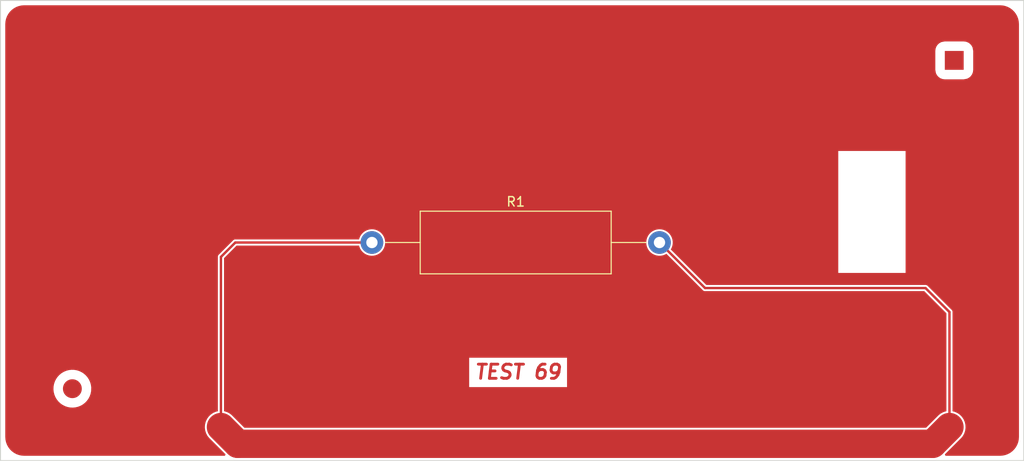
<source format=kicad_pcb>
(kicad_pcb (version 20200829) (generator pcbnew)

  (general
    (thickness 1.6)
  )

  (paper "A4")
  (layers
    (0 "F.Cu" signal)
    (31 "B.Cu" signal)
    (32 "B.Adhes" user)
    (33 "F.Adhes" user)
    (34 "B.Paste" user)
    (35 "F.Paste" user)
    (36 "B.SilkS" user)
    (37 "F.SilkS" user)
    (38 "B.Mask" user)
    (39 "F.Mask" user)
    (40 "Dwgs.User" user)
    (41 "Cmts.User" user)
    (42 "Eco1.User" user)
    (43 "Eco2.User" user)
    (44 "Edge.Cuts" user)
    (45 "Margin" user)
    (46 "B.CrtYd" user)
    (47 "F.CrtYd" user)
    (48 "B.Fab" user)
    (49 "F.Fab" user)
  )

  (setup
    (pcbplotparams
      (layerselection 0x010fc_ffffffff)
      (usegerberextensions false)
      (usegerberattributes true)
      (usegerberadvancedattributes true)
      (creategerberjobfile true)
      (svguseinch false)
      (svgprecision 6)
      (excludeedgelayer true)
      (linewidth 0.300000)
      (plotframeref false)
      (viasonmask false)
      (mode 1)
      (useauxorigin false)
      (hpglpennumber 1)
      (hpglpenspeed 20)
      (hpglpendiameter 15.000000)
      (psnegative false)
      (psa4output false)
      (plotreference true)
      (plotvalue true)
      (plotinvisibletext false)
      (sketchpadsonfab false)
      (subtractmaskfromsilk false)
      (outputformat 1)
      (mirror false)
      (drillshape 0)
      (scaleselection 1)
      (outputdirectory "gerbers/")
    )
  )

  (property "REVISION" "69")

  (net 0 "")
  (net 1 "Net-(R1-Pad1)")

  (module "Generic:Fiducial_rotondo" locked (layer "F.Cu") (tedit 5F5932F4) (tstamp b3504248-f76a-4229-bca9-2bcac3499e3c)
    (at 99.822 118.364)
    (descr "Fiducial, Modern, Copper Top, Passermarke,")
    (tags "Fiducial, Modern, Copper Top, Passermarke,")
    (zone_connect 0)
    (attr smd)
    (fp_text reference "REF**" (at 0 -2.25) (layer "F.SilkS") hide
      (effects (font (size 0.5 0.5) (thickness 0.125)))
      (tstamp 1fdabcd1-8845-4fcc-add9-72046aea4ffb)
    )
    (fp_text value "Fiducial_Modern_CopperTop" (at 0 2.5) (layer "F.Fab") hide
      (effects (font (size 0.4 0.4) (thickness 0.1)))
      (tstamp 1b030bf5-ce07-4512-895d-e6d75aebe053)
    )
    (pad "~" smd circle (at 0 0) (size 2 2) (layers "F.Cu" "F.Mask")
      (solder_mask_margin 1) (clearance 1) (zone_connect 0) (tstamp a6947c38-614a-44c9-870f-a0ea180a795c))
  )

  (module "Resistor_THT:R_Axial_Power_L20.0mm_W6.4mm_P30.48mm" (layer "F.Cu") (tedit 5F554420) (tstamp e8c25ce9-6330-4d05-b8a3-64362146b70f)
    (at 131.572 102.87)
    (descr "Resistor, Axial_Power series, Box, pin pitch=30.48mm, 4W, length*width*height=20*6.4*6.4mm^3, http://cdn-reichelt.de/documents/datenblatt/B400/5WAXIAL_9WAXIAL_11WAXIAL_17WAXIAL%23YAG.pdf")
    (tags "Resistor Axial_Power series Box pin pitch 30.48mm 4W length 20mm width 6.4mm height 6.4mm")
    (property "Sheet file" "/home/michele/Documenti/pcb/kicad/TestPcb/test/test.kicad_sch")
    (property "Sheet name" "")
    (path "/0f0ba968-70b8-46a9-8c63-138fe07fce88")
    (attr through_hole)
    (fp_text reference "R1" (at 15.24 -4.32) (layer "F.SilkS")
      (effects (font (size 1 1) (thickness 0.15)))
      (tstamp 33961c78-a8fc-4bea-8c9a-47a8bb3b283c)
    )
    (fp_text value "R" (at 15.24 4.32) (layer "F.Fab")
      (effects (font (size 1 1) (thickness 0.15)))
      (tstamp 578c0f77-16c1-4ba9-8178-77bdd0554744)
    )
    (fp_text user "${REFERENCE}" (at 15.24 0) (layer "F.Fab")
      (effects (font (size 1 1) (thickness 0.15)))
      (tstamp 44b4bc7e-d888-435c-a324-9682845e1804)
    )
    (fp_line (start 1.44 0) (end 5.12 0) (layer "F.SilkS") (width 0.12) (tstamp 23314b70-7bb5-4872-af54-52a4392cbd08))
    (fp_line (start 5.12 -3.32) (end 5.12 3.32) (layer "F.SilkS") (width 0.12) (tstamp 4785e17d-76cf-4119-b074-1761cf7961c6))
    (fp_line (start 5.12 3.32) (end 25.36 3.32) (layer "F.SilkS") (width 0.12) (tstamp 4ba90853-fc8b-4450-b4ec-caf46ce8be77))
    (fp_line (start 29.04 0) (end 25.36 0) (layer "F.SilkS") (width 0.12) (tstamp 6ef0de6c-0a4f-4ac8-a7fc-5201239a024a))
    (fp_line (start 25.36 -3.32) (end 5.12 -3.32) (layer "F.SilkS") (width 0.12) (tstamp bbe3806e-92ad-4e82-8e97-e9534134d4a0))
    (fp_line (start 25.36 3.32) (end 25.36 -3.32) (layer "F.SilkS") (width 0.12) (tstamp ef263310-9452-41fe-a1de-94aedd7b4e41))
    (fp_line (start -1.45 -3.45) (end -1.45 3.45) (layer "F.CrtYd") (width 0.05) (tstamp 039d24fc-116c-4f39-a3d5-723af1855d72))
    (fp_line (start 31.94 -3.45) (end -1.45 -3.45) (layer "F.CrtYd") (width 0.05) (tstamp 0c00c4d9-df4c-4d75-8e03-f1808dd7922c))
    (fp_line (start 31.94 3.45) (end 31.94 -3.45) (layer "F.CrtYd") (width 0.05) (tstamp 1e70bb17-114e-4f86-85cf-fb2a15bedfb5))
    (fp_line (start -1.45 3.45) (end 31.94 3.45) (layer "F.CrtYd") (width 0.05) (tstamp ff7f571b-30be-4999-bba6-bc589cc1f451))
    (fp_line (start 5.24 3.2) (end 25.24 3.2) (layer "F.Fab") (width 0.1) (tstamp 15fbd1b4-0e19-4952-9228-9648e9cb31d5))
    (fp_line (start 5.24 -3.2) (end 5.24 3.2) (layer "F.Fab") (width 0.1) (tstamp 398ccc53-47f2-4ee5-b000-1079912156ca))
    (fp_line (start 25.24 -3.2) (end 5.24 -3.2) (layer "F.Fab") (width 0.1) (tstamp b9a51113-efb9-4cb9-b1ce-d6da007a5150))
    (fp_line (start 25.24 3.2) (end 25.24 -3.2) (layer "F.Fab") (width 0.1) (tstamp ccc55d14-e5cd-428c-9683-d95eb41eed6b))
    (fp_line (start 30.48 0) (end 25.24 0) (layer "F.Fab") (width 0.1) (tstamp e867e522-45b9-4523-9c99-7a48e75a0d52))
    (fp_line (start 0 0) (end 5.24 0) (layer "F.Fab") (width 0.1) (tstamp f4f4a283-9536-428a-bd45-52cdefb03549))
    (pad "1" thru_hole circle (at 0 0) (size 2.4 2.4) (drill 1.2) (layers *.Cu *.Mask)
      (net 1 "Net-(R1-Pad1)") (tstamp 7b9130fc-8b3f-498a-82ce-e4178b5cf96d))
    (pad "2" thru_hole oval (at 30.48 0) (size 2.4 2.4) (drill 1.2) (layers *.Cu *.Mask)
      (net 1 "Net-(R1-Pad1)") (tstamp 5c93ec7d-f049-4773-ad21-2fbd90049cf0))
    (model "${KISYS3DMOD}/Resistor_THT.3dshapes/R_Axial_Power_L20.0mm_W6.4mm_P30.48mm.wrl" hide
      (offset (xyz 0 0 0))
      (scale (xyz 1 1 1))
      (rotate (xyz 0 0 0))
    )
  )

  (module "Generic:Fiducial_quadro" locked (layer "F.Cu") (tedit 5F593333) (tstamp f200befb-4e0a-4299-887f-bd766a14b3b0)
    (at 193.294 83.566)
    (descr "Fiducial, Classical, Big, Copper Top, Typ 2, Passermarke,")
    (tags "Fiducial, Classical, Big, Copper Top, Typ 2, Passermarke,")
    (zone_connect 0)
    (attr smd)
    (fp_text reference "REF**" (at 0 -2.75) (layer "F.SilkS") hide
      (effects (font (size 0.5 0.5) (thickness 0.125)))
      (tstamp e7ac493c-f85b-4abe-8b48-cd6e38516b1a)
    )
    (fp_text value "Fiducial_Modern_CopperTop" (at 0 2.75) (layer "F.Fab") hide
      (effects (font (size 0.4 0.4) (thickness 0.1)))
      (tstamp e8fa9036-2a5d-4fde-9566-2cf7f4d308d5)
    )
    (pad "~" smd rect (at 0 0) (size 2 2) (layers "F.Cu" "F.Mask")
      (solder_mask_margin 1) (clearance 1) (zone_connect 0) (tstamp 1fc57611-f9ec-4735-8195-f41d90b2e884))
  )

  (gr_rect (start 92.202 77.216) (end 200.66 125.984) (layer "Edge.Cuts") (width 0.1) (tstamp 614df79a-07d2-4f87-b5b7-f4a68d7b9c8b))
  (gr_text "TEST ${REVISION}" (at 147.066 116.586) (layer "F.Cu") (tstamp 9c6708b2-4596-46a5-8c69-43f2009206b9)
    (effects (font (size 1.5 1.5) (thickness 0.3) italic))
  )

  (segment (start 192.786 122.428) (end 192.786 110.236) (width 0.25) (layer "F.Cu") (net 1) (tstamp 55ab180d-2aec-499f-8a3f-6b8c1e5f0741))
  (segment (start 190.246 107.696) (end 166.878 107.696) (width 0.25) (layer "F.Cu") (net 1) (tstamp 55df549e-cb0e-42b1-80d7-14db12c13c4b))
  (segment (start 115.57 104.394) (end 117.094 102.87) (width 0.25) (layer "F.Cu") (net 1) (tstamp 64a89a4b-cafd-4e7a-a3bd-6f7451965e7d))
  (segment (start 115.57 122.428) (end 115.57 104.394) (width 0.25) (layer "F.Cu") (net 1) (tstamp 8d5d39fa-3874-4c9c-bbec-5300ae568387))
  (segment (start 192.786 110.236) (end 190.246 107.696) (width 0.25) (layer "F.Cu") (net 1) (tstamp c3847295-be05-4163-9be8-4f556ff489b2))
  (segment (start 115.57 122.428) (end 117.348 124.206) (width 3) (layer "F.Cu") (net 1) (tstamp d599dce9-0f9b-4933-987e-a62596401d4c))
  (segment (start 166.878 107.696) (end 162.052 102.87) (width 0.25) (layer "F.Cu") (net 1) (tstamp d7482f1b-1fd6-43e5-afac-c6e61485266f))
  (segment (start 117.348 124.206) (end 191.008 124.206) (width 3) (layer "F.Cu") (net 1) (tstamp e35ab8e3-674b-4581-a1a8-159391330336))
  (segment (start 117.094 102.87) (end 131.572 102.87) (width 0.25) (layer "F.Cu") (net 1) (tstamp f0d8851a-2653-4c3f-bc1d-5ad73ea199d5))
  (segment (start 191.008 124.206) (end 192.786 122.428) (width 3) (layer "F.Cu") (net 1) (tstamp f2f00b4c-2e81-484b-82c3-6a2dde044439))

  (zone (net 0) (net_name "") (layer "F.Cu") (tstamp ce5620fc-c846-4b15-ae70-fb5fbbcca2b9) (hatch edge 0.508)
    (connect_pads (clearance 0))
    (min_thickness 0.254)
    (keepout (tracks not_allowed) (vias not_allowed) (pads not_allowed ) (copperpour not_allowed) (footprints allowed))
    (fill (thermal_gap 0.508) (thermal_bridge_width 0.508))
    (polygon
      (pts
        (xy 188.1378 106.0958)
        (xy 181.0004 106.0958)
        (xy 181.0004 93.1672)
        (xy 188.1378 93.1672)
      )
    )
  )
  (zone (net 0) (net_name "") (layer "F.Cu") (tstamp d805b776-a3e4-4510-9eb2-b1d522f09c42) (hatch edge 0.508)
    (connect_pads (clearance 0.2))
    (min_thickness 0.254) (filled_areas_thickness no)
    (fill yes (thermal_gap 0.508) (thermal_bridge_width 0.508) (smoothing fillet) (radius 2))
    (polygon
      (pts
        (xy 200.152 125.476)
        (xy 92.71 125.476)
        (xy 92.71 77.724)
        (xy 200.152 77.724)
      )
    )
    (filled_polygon
      (layer F.Cu)
      (island)
      (pts
        (xy 198.208926 77.728071)
        (xy 198.43663 77.744357)
        (xy 198.715465 77.805014)
        (xy 198.98283 77.904736)
        (xy 199.233282 78.041493)
        (xy 199.461721 78.212501)
        (xy 199.663499 78.414279)
        (xy 199.834507 78.642718)
        (xy 199.971264 78.89317)
        (xy 200.070986 79.160535)
        (xy 200.131643 79.43937)
        (xy 200.152 79.724)
        (xy 200.152 123.476)
        (xy 200.131643 123.76063)
        (xy 200.070986 124.039465)
        (xy 199.971264 124.30683)
        (xy 199.834507 124.557282)
        (xy 199.663499 124.785721)
        (xy 199.461721 124.987499)
        (xy 199.233282 125.158507)
        (xy 198.98283 125.295264)
        (xy 198.715465 125.394986)
        (xy 198.43663 125.455643)
        (xy 198.208926 125.471929)
        (xy 198.151999 125.476)
        (xy 192.362869 125.476)
        (xy 192.298433 125.320437)
        (xy 194.044496 123.574375)
        (xy 194.19343 123.3953)
        (xy 194.346139 123.12262)
        (xy 194.34614 123.122619)
        (xy 194.446598 122.826676)
        (xy 194.491444 122.51738)
        (xy 194.489689 122.4727)
        (xy 194.479175 122.20509)
        (xy 194.4102 121.900265)
        (xy 194.4102 121.900263)
        (xy 194.286831 121.613118)
        (xy 194.260766 121.574109)
        (xy 194.113198 121.353256)
        (xy 193.895117 121.129391)
        (xy 193.895115 121.129389)
        (xy 193.639894 120.949015)
        (xy 193.356071 120.818171)
        (xy 193.1115 120.756058)
        (xy 193.1115 110.268052)
        (xy 193.117876 110.235999)
        (xy 193.1115 110.203947)
        (xy 193.1115 110.203946)
        (xy 193.092613 110.108997)
        (xy 193.020672 110.001328)
        (xy 192.993496 109.98317)
        (xy 190.498832 107.488507)
        (xy 190.480672 107.461328)
        (xy 190.373003 107.389387)
        (xy 190.278054 107.3705)
        (xy 190.278053 107.3705)
        (xy 190.265882 107.368079)
        (xy 190.246 107.364124)
        (xy 190.213947 107.3705)
        (xy 167.012827 107.3705)
        (xy 163.245293 103.602968)
        (xy 163.321767 103.471573)
        (xy 163.404973 103.249028)
        (xy 163.449492 103.015649)
        (xy 163.452031 102.751209)
        (xy 163.429598 102.619975)
        (xy 163.411999 102.517014)
        (xy 163.333081 102.292915)
        (xy 163.333081 102.292914)
        (xy 163.217534 102.085316)
        (xy 163.06866 101.900155)
        (xy 162.890715 101.742722)
        (xy 162.688797 101.617528)
        (xy 162.688792 101.617525)
        (xy 162.468659 101.528139)
        (xy 162.236613 101.47712)
        (xy 162.094218 101.470405)
        (xy 161.99929 101.465928)
        (xy 161.999288 101.465928)
        (xy 161.76347 101.494883)
        (xy 161.535903 101.563156)
        (xy 161.32309 101.668798)
        (xy 161.131126 101.80878)
        (xy 161.131123 101.808783)
        (xy 160.965484 101.979113)
        (xy 160.830913 102.174916)
        (xy 160.731255 102.390595)
        (xy 160.669363 102.619975)
        (xy 160.647004 102.856516)
        (xy 160.664817 103.093431)
        (xy 160.722295 103.323964)
        (xy 160.817794 103.541514)
        (xy 160.948581 103.739864)
        (xy 161.110922 103.913345)
        (xy 161.300162 104.056987)
        (xy 161.327084 104.071002)
        (xy 161.51091 104.166695)
        (xy 161.510913 104.166696)
        (xy 161.737124 104.239325)
        (xy 161.972342 104.272801)
        (xy 161.972343 104.272801)
        (xy 162.209839 104.266167)
        (xy 162.442822 104.219613)
        (xy 162.442823 104.219613)
        (xy 162.442826 104.219612)
        (xy 162.664628 104.13447)
        (xy 162.784796 104.063121)
        (xy 166.625172 107.903499)
        (xy 166.643328 107.930672)
        (xy 166.660183 107.941934)
        (xy 166.750996 108.002613)
        (xy 166.878 108.027876)
        (xy 166.910055 108.0215)
        (xy 190.111175 108.0215)
        (xy 192.460501 110.370827)
        (xy 192.4605 120.748354)
        (xy 192.430933 120.757535)
        (xy 192.430931 120.757535)
        (xy 192.132458 120.850212)
        (xy 192.132456 120.850213)
        (xy 191.855871 120.995732)
        (xy 191.63258 121.17655)
        (xy 191.632576 121.176554)
        (xy 190.303631 122.5055)
        (xy 118.05237 122.5055)
        (xy 116.716378 121.169508)
        (xy 116.537301 121.020571)
        (xy 116.537302 121.020571)
        (xy 116.5373 121.02057)
        (xy 116.370521 120.927169)
        (xy 116.264618 120.86786)
        (xy 115.8955 120.742563)
        (xy 115.8955 115.0805)
        (xy 141.878848 115.0805)
        (xy 141.878848 118.1965)
        (xy 152.253152 118.1965)
        (xy 152.253152 115.0805)
        (xy 141.878848 115.0805)
        (xy 115.8955 115.0805)
        (xy 115.8955 104.528825)
        (xy 117.228826 103.1955)
        (xy 130.210266 103.1955)
        (xy 130.242295 103.323964)
        (xy 130.337794 103.541514)
        (xy 130.468581 103.739864)
        (xy 130.630922 103.913345)
        (xy 130.820162 104.056987)
        (xy 130.847084 104.071002)
        (xy 131.03091 104.166695)
        (xy 131.030913 104.166696)
        (xy 131.257124 104.239325)
        (xy 131.492342 104.272801)
        (xy 131.492343 104.272801)
        (xy 131.729839 104.266167)
        (xy 131.962822 104.219613)
        (xy 131.962823 104.219613)
        (xy 131.962826 104.219612)
        (xy 132.184631 104.134469)
        (xy 132.388918 104.013172)
        (xy 132.388919 104.013171)
        (xy 132.388921 104.01317)
        (xy 132.569854 103.859184)
        (xy 132.722255 103.676914)
        (xy 132.722256 103.676913)
        (xy 132.841767 103.471573)
        (xy 132.924973 103.249028)
        (xy 132.969492 103.015649)
        (xy 132.972031 102.751209)
        (xy 132.949598 102.619975)
        (xy 132.931999 102.517014)
        (xy 132.853081 102.292915)
        (xy 132.853081 102.292914)
        (xy 132.737534 102.085316)
        (xy 132.58866 101.900155)
        (xy 132.410715 101.742722)
        (xy 132.208797 101.617528)
        (xy 132.208792 101.617525)
        (xy 131.988659 101.528139)
        (xy 131.756613 101.47712)
        (xy 131.614218 101.470405)
        (xy 131.51929 101.465928)
        (xy 131.519288 101.465928)
        (xy 131.28347 101.494883)
        (xy 131.055903 101.563156)
        (xy 130.84309 101.668798)
        (xy 130.651126 101.80878)
        (xy 130.651123 101.808783)
        (xy 130.485484 101.979113)
        (xy 130.350913 102.174916)
        (xy 130.251255 102.390595)
        (xy 130.209728 102.5445)
        (xy 117.126049 102.5445)
        (xy 117.093999 102.538125)
        (xy 117.061949 102.5445)
        (xy 117.061946 102.5445)
        (xy 116.966997 102.563387)
        (xy 116.859328 102.635328)
        (xy 116.84117 102.662505)
        (xy 115.362505 104.14117)
        (xy 115.335329 104.159328)
        (xy 115.281878 104.239325)
        (xy 115.263388 104.266997)
        (xy 115.238124 104.394)
        (xy 115.244501 104.426058)
        (xy 115.2445 120.758038)
        (xy 115.042263 120.8038)
        (xy 114.755118 120.927169)
        (xy 114.755116 120.92717)
        (xy 114.495256 121.100802)
        (xy 114.271391 121.318883)
        (xy 114.091015 121.574108)
        (xy 113.960172 121.85793)
        (xy 113.883241 122.160844)
        (xy 113.862801 122.472703)
        (xy 113.899535 122.783068)
        (xy 113.913076 122.826675)
        (xy 113.992214 123.081543)
        (xy 114.137731 123.358125)
        (xy 114.318559 123.58143)
        (xy 116.057566 125.320437)
        (xy 115.99313 125.476)
        (xy 94.710001 125.476)
        (xy 94.653074 125.471929)
        (xy 94.42537 125.455643)
        (xy 94.146535 125.394986)
        (xy 93.87917 125.295264)
        (xy 93.628718 125.158507)
        (xy 93.400279 124.987499)
        (xy 93.198501 124.785721)
        (xy 93.027493 124.557282)
        (xy 92.890736 124.30683)
        (xy 92.791014 124.039465)
        (xy 92.730357 123.76063)
        (xy 92.71 123.476)
        (xy 92.71 118.44272)
        (xy 97.818438 118.44272)
        (xy 97.849518 118.724239)
        (xy 97.919954 118.99857)
        (xy 97.919955 118.998573)
        (xy 98.028343 119.260244)
        (xy 98.172514 119.504024)
        (xy 98.172516 119.504027)
        (xy 98.172517 119.504028)
        (xy 98.349604 119.725069)
        (xy 98.556069 119.918953)
        (xy 98.787794 120.081811)
        (xy 99.040153 120.210395)
        (xy 99.308112 120.302138)
        (xy 99.308114 120.302138)
        (xy 99.308116 120.302139)
        (xy 99.586324 120.35521)
        (xy 99.869237 120.368551)
        (xy 99.86924 120.368551)
        (xy 100.151212 120.341897)
        (xy 100.426616 120.275779)
        (xy 100.689956 120.171515)
        (xy 100.935978 120.031186)
        (xy 101.159774 119.857593)
        (xy 101.356877 119.654199)
        (xy 101.523355 119.425061)
        (xy 101.523357 119.425058)
        (xy 101.655885 119.174757)
        (xy 101.751827 118.908266)
        (xy 101.809262 118.630925)
        (xy 101.822101 118.222384)
        (xy 101.782193 117.941981)
        (xy 101.703175 117.669999)
        (xy 101.67665 117.611251)
        (xy 101.586622 117.411862)
        (xy 101.586621 117.411861)
        (xy 101.58662 117.411858)
        (xy 101.434863 117.172726)
        (xy 101.364594 117.090453)
        (xy 101.250917 116.957354)
        (xy 101.038464 116.770051)
        (xy 100.801738 116.614551)
        (xy 100.801734 116.614549)
        (xy 100.545467 116.493958)
        (xy 100.378905 116.442717)
        (xy 100.274756 116.410677)
        (xy 99.995013 116.36637)
        (xy 99.970618 116.365987)
        (xy 99.711819 116.361921)
        (xy 99.46234 116.393438)
        (xy 99.430823 116.39742)
        (xy 99.38236 116.410678)
        (xy 99.157634 116.472155)
        (xy 98.897699 116.584639)
        (xy 98.897697 116.58464)
        (xy 98.656204 116.732627)
        (xy 98.437972 116.913164)
        (xy 98.247355 117.12265)
        (xy 98.247353 117.122653)
        (xy 98.088156 117.356902)
        (xy 98.061232 117.411862)
        (xy 97.963552 117.611251)
        (xy 97.87603 117.880618)
        (xy 97.827334 118.15963)
        (xy 97.818438 118.44272)
        (xy 92.71 118.44272)
        (xy 92.71 93.1672)
        (xy 181.0004 93.1672)
        (xy 181.0004 106.0958)
        (xy 188.1378 106.0958)
        (xy 188.1378 93.1672)
        (xy 181.0004 93.1672)
        (xy 92.71 93.1672)
        (xy 92.71 82.566)
        (xy 191.286655 82.566)
        (xy 191.286655 84.566)
        (xy 191.352116 84.923209)
        (xy 191.464971 85.138237)
        (xy 191.626007 85.320009)
        (xy 191.825863 85.45796)
        (xy 192.052927 85.544073)
        (xy 192.133285 85.55383)
        (xy 192.293998 85.573345)
        (xy 194.294001 85.573345)
        (xy 194.472604 85.540615)
        (xy 194.651209 85.507884)
        (xy 194.866237 85.395029)
        (xy 195.048009 85.233993)
        (xy 195.18596 85.034137)
        (xy 195.272073 84.807073)
        (xy 195.301345 84.566)
        (xy 195.301345 82.566)
        (xy 195.235884 82.208791)
        (xy 195.123029 81.993763)
        (xy 194.961993 81.811991)
        (xy 194.762137 81.67404)
        (xy 194.535073 81.587927)
        (xy 194.454715 81.57817)
        (xy 194.294002 81.558655)
        (xy 192.293999 81.558655)
        (xy 192.134268 81.587927)
        (xy 191.936791 81.624116)
        (xy 191.721763 81.736971)
        (xy 191.539991 81.898007)
        (xy 191.40204 82.097863)
        (xy 191.315927 82.324927)
        (xy 191.286655 82.566)
        (xy 92.71 82.566)
        (xy 92.71 79.724)
        (xy 92.730357 79.43937)
        (xy 92.791014 79.160535)
        (xy 92.890736 78.89317)
        (xy 93.027493 78.642718)
        (xy 93.198501 78.414279)
        (xy 93.400279 78.212501)
        (xy 93.628718 78.041493)
        (xy 93.87917 77.904736)
        (xy 94.146535 77.805014)
        (xy 94.42537 77.744357)
        (xy 94.653074 77.728071)
        (xy 94.710001 77.724)
        (xy 198.151999 77.724)
      )
    )
  )
)

</source>
